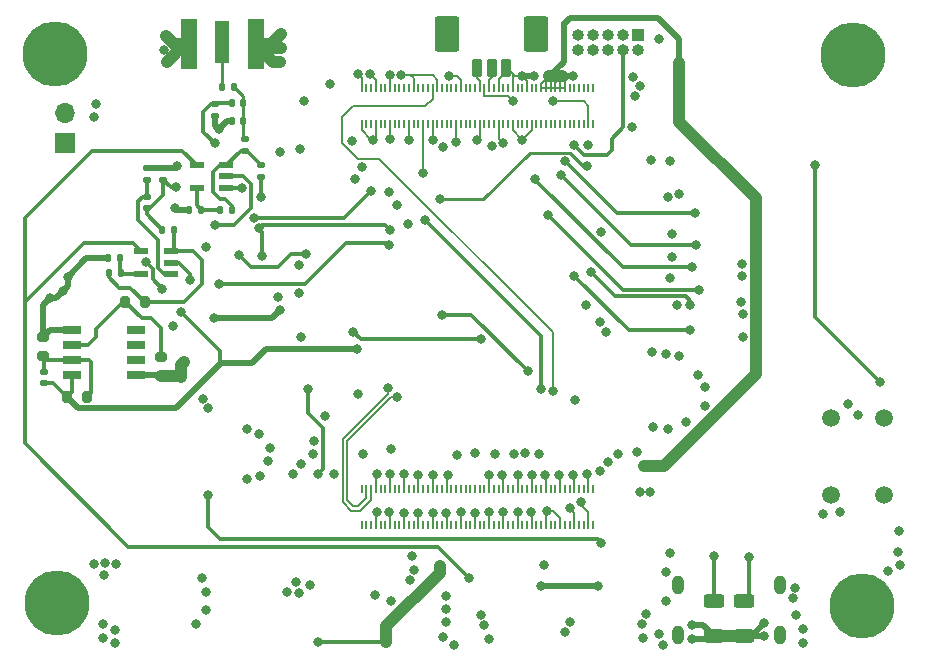
<source format=gbr>
%TF.GenerationSoftware,KiCad,Pcbnew,(5.99.0-3851-g809f4c2ffb)*%
%TF.CreationDate,2020-11-30T00:42:52+00:00*%
%TF.ProjectId,CM4,434d342e-6b69-4636-9164-5f7063625858,rev?*%
%TF.SameCoordinates,Original*%
%TF.FileFunction,Copper,L4,Bot*%
%TF.FilePolarity,Positive*%
%FSLAX46Y46*%
G04 Gerber Fmt 4.6, Leading zero omitted, Abs format (unit mm)*
G04 Created by KiCad (PCBNEW (5.99.0-3851-g809f4c2ffb)) date 2020-11-30 00:42:52*
%MOMM*%
%LPD*%
G01*
G04 APERTURE LIST*
G04 Aperture macros list*
%AMRoundRect*
0 Rectangle with rounded corners*
0 $1 Rounding radius*
0 $2 $3 $4 $5 $6 $7 $8 $9 X,Y pos of 4 corners*
0 Add a 4 corners polygon primitive as box body*
4,1,4,$2,$3,$4,$5,$6,$7,$8,$9,$2,$3,0*
0 Add four circle primitives for the rounded corners*
1,1,$1+$1,$2,$3,0*
1,1,$1+$1,$4,$5,0*
1,1,$1+$1,$6,$7,0*
1,1,$1+$1,$8,$9,0*
0 Add four rect primitives between the rounded corners*
20,1,$1+$1,$2,$3,$4,$5,0*
20,1,$1+$1,$4,$5,$6,$7,0*
20,1,$1+$1,$6,$7,$8,$9,0*
20,1,$1+$1,$8,$9,$2,$3,0*%
G04 Aperture macros list end*
%TA.AperFunction,ComponentPad*%
%ADD10R,1.000000X1.000000*%
%TD*%
%TA.AperFunction,ComponentPad*%
%ADD11O,1.000000X1.000000*%
%TD*%
%TA.AperFunction,ComponentPad*%
%ADD12C,5.500000*%
%TD*%
%TA.AperFunction,ComponentPad*%
%ADD13R,1.700000X1.700000*%
%TD*%
%TA.AperFunction,ComponentPad*%
%ADD14O,1.700000X1.700000*%
%TD*%
%TA.AperFunction,ComponentPad*%
%ADD15RoundRect,0.500000X0.000000X-0.300000X0.000000X-0.300000X0.000000X0.300000X0.000000X0.300000X0*%
%TD*%
%TA.AperFunction,ComponentPad*%
%ADD16C,1.500000*%
%TD*%
%TA.AperFunction,SMDPad,CuDef*%
%ADD17RoundRect,0.250000X0.625000X-0.312500X0.625000X0.312500X-0.625000X0.312500X-0.625000X-0.312500X0*%
%TD*%
%TA.AperFunction,SMDPad,CuDef*%
%ADD18RoundRect,0.135000X0.185000X-0.135000X0.185000X0.135000X-0.185000X0.135000X-0.185000X-0.135000X0*%
%TD*%
%TA.AperFunction,SMDPad,CuDef*%
%ADD19RoundRect,0.200000X-0.200000X-0.600000X0.200000X-0.600000X0.200000X0.600000X-0.200000X0.600000X0*%
%TD*%
%TA.AperFunction,SMDPad,CuDef*%
%ADD20RoundRect,0.250001X-0.799999X-1.249999X0.799999X-1.249999X0.799999X1.249999X-0.799999X1.249999X0*%
%TD*%
%TA.AperFunction,SMDPad,CuDef*%
%ADD21RoundRect,0.135000X-0.185000X0.135000X-0.185000X-0.135000X0.185000X-0.135000X0.185000X0.135000X0*%
%TD*%
%TA.AperFunction,SMDPad,CuDef*%
%ADD22RoundRect,0.140000X0.170000X-0.140000X0.170000X0.140000X-0.170000X0.140000X-0.170000X-0.140000X0*%
%TD*%
%TA.AperFunction,SMDPad,CuDef*%
%ADD23RoundRect,0.140000X-0.140000X-0.170000X0.140000X-0.170000X0.140000X0.170000X-0.140000X0.170000X0*%
%TD*%
%TA.AperFunction,SMDPad,CuDef*%
%ADD24RoundRect,0.135000X-0.135000X-0.185000X0.135000X-0.185000X0.135000X0.185000X-0.135000X0.185000X0*%
%TD*%
%TA.AperFunction,SMDPad,CuDef*%
%ADD25RoundRect,0.140000X0.140000X0.170000X-0.140000X0.170000X-0.140000X-0.170000X0.140000X-0.170000X0*%
%TD*%
%TA.AperFunction,SMDPad,CuDef*%
%ADD26R,1.525000X0.650000*%
%TD*%
%TA.AperFunction,SMDPad,CuDef*%
%ADD27RoundRect,0.135000X0.135000X0.185000X-0.135000X0.185000X-0.135000X-0.185000X0.135000X-0.185000X0*%
%TD*%
%TA.AperFunction,SMDPad,CuDef*%
%ADD28RoundRect,0.200000X-0.200000X-0.275000X0.200000X-0.275000X0.200000X0.275000X-0.200000X0.275000X0*%
%TD*%
%TA.AperFunction,SMDPad,CuDef*%
%ADD29RoundRect,0.200000X0.275000X-0.200000X0.275000X0.200000X-0.275000X0.200000X-0.275000X-0.200000X0*%
%TD*%
%TA.AperFunction,SMDPad,CuDef*%
%ADD30RoundRect,0.200000X-0.275000X0.200000X-0.275000X-0.200000X0.275000X-0.200000X0.275000X0.200000X0*%
%TD*%
%TA.AperFunction,SMDPad,CuDef*%
%ADD31RoundRect,0.140000X-0.170000X0.140000X-0.170000X-0.140000X0.170000X-0.140000X0.170000X0.140000X0*%
%TD*%
%TA.AperFunction,SMDPad,CuDef*%
%ADD32R,1.200000X0.600000*%
%TD*%
%TA.AperFunction,SMDPad,CuDef*%
%ADD33R,0.200000X0.700000*%
%TD*%
%TA.AperFunction,SMDPad,CuDef*%
%ADD34R,1.270000X3.600000*%
%TD*%
%TA.AperFunction,SMDPad,CuDef*%
%ADD35R,1.350000X4.200000*%
%TD*%
%TA.AperFunction,ViaPad*%
%ADD36C,0.800000*%
%TD*%
%TA.AperFunction,Conductor*%
%ADD37C,0.200000*%
%TD*%
%TA.AperFunction,Conductor*%
%ADD38C,0.250000*%
%TD*%
%TA.AperFunction,Conductor*%
%ADD39C,0.300000*%
%TD*%
%TA.AperFunction,Conductor*%
%ADD40C,1.000000*%
%TD*%
%TA.AperFunction,Conductor*%
%ADD41C,0.500000*%
%TD*%
%TA.AperFunction,Conductor*%
%ADD42C,0.150000*%
%TD*%
G04 APERTURE END LIST*
D10*
%TO.P,J3,1,Pin_1*%
%TO.N,/+3.3V*%
X127800000Y-83900000D03*
D11*
%TO.P,J3,2,Pin_2*%
%TO.N,/H7MCU/SWDIO*%
X127800000Y-85170000D03*
%TO.P,J3,3,Pin_3*%
%TO.N,GND*%
X126530000Y-83900000D03*
%TO.P,J3,4,Pin_4*%
%TO.N,/H7MCU/SWCLK*%
X126530000Y-85170000D03*
%TO.P,J3,5,Pin_5*%
%TO.N,GND*%
X125260000Y-83900000D03*
%TO.P,J3,6,Pin_6*%
%TO.N,/H7MCU/SWO*%
X125260000Y-85170000D03*
%TO.P,J3,7,Pin_7*%
%TO.N,Net-(J3-Pad7)*%
X123990000Y-83900000D03*
%TO.P,J3,8,Pin_8*%
%TO.N,Net-(J3-Pad8)*%
X123990000Y-85170000D03*
%TO.P,J3,9,Pin_9*%
%TO.N,GND*%
X122720000Y-83900000D03*
%TO.P,J3,10,Pin_10*%
%TO.N,/H7MCU/NRST*%
X122720000Y-85170000D03*
%TD*%
D12*
%TO.P,H3,1*%
%TO.N,N/C*%
X146000000Y-85600000D03*
%TD*%
D13*
%TO.P,J6,1,Pin_1*%
%TO.N,/v_DIV_OUT*%
X79300000Y-93100000D03*
D14*
%TO.P,J6,2,Pin_2*%
%TO.N,GND*%
X79300000Y-90560000D03*
%TD*%
D12*
%TO.P,H2,1*%
%TO.N,N/C*%
X78400000Y-85500000D03*
%TD*%
%TO.P,H4,1*%
%TO.N,N/C*%
X146750000Y-132250000D03*
%TD*%
D15*
%TO.P,J2,S1,SHIELD*%
%TO.N,GND*%
X131180000Y-130520000D03*
X139820000Y-130520000D03*
X139820000Y-134700000D03*
X131180000Y-134700000D03*
%TD*%
D16*
%TO.P,S1,1,1*%
%TO.N,/H7MCU/NRST*%
X148650000Y-122850000D03*
%TO.P,S1,2,2*%
X148650000Y-116350000D03*
%TO.P,S1,3,3*%
%TO.N,GND*%
X144150000Y-116350000D03*
%TO.P,S1,4,4*%
X144150000Y-122850000D03*
%TD*%
D12*
%TO.P,H1,1*%
%TO.N,N/C*%
X78600000Y-132000000D03*
%TD*%
D17*
%TO.P,R15,1*%
%TO.N,Net-(J2-PadA5)*%
X134200000Y-131837500D03*
%TO.P,R15,2*%
%TO.N,GND*%
X134200000Y-134762500D03*
%TD*%
D18*
%TO.P,R3,1*%
%TO.N,GND*%
X86200000Y-95180000D03*
%TO.P,R3,2*%
%TO.N,Net-(C1-Pad1)*%
X86200000Y-96200000D03*
%TD*%
D19*
%TO.P,J5,1,Pin_1*%
%TO.N,/CM4_GPIO/GPIO_15_RX*%
X114150000Y-86700000D03*
%TO.P,J5,2,Pin_2*%
%TO.N,/CM4_GPIO/GPIO_14_TX*%
X115400000Y-86700000D03*
%TO.P,J5,3,Pin_3*%
%TO.N,GND*%
X116650000Y-86700000D03*
D20*
%TO.P,J5,MP*%
%TO.N,N/C*%
X119200000Y-83800000D03*
X111600000Y-83800000D03*
%TD*%
D21*
%TO.P,R2,1*%
%TO.N,Net-(IC2-Pad1)*%
X94500000Y-93710000D03*
%TO.P,R2,2*%
%TO.N,Net-(C2-Pad2)*%
X94500000Y-92690000D03*
%TD*%
D22*
%TO.P,C1,1*%
%TO.N,Net-(C1-Pad1)*%
X86200000Y-97620000D03*
%TO.P,C1,2*%
%TO.N,Net-(C1-Pad2)*%
X86200000Y-98580000D03*
%TD*%
D23*
%TO.P,C2,1*%
%TO.N,Net-(C2-Pad1)*%
X93420000Y-89700000D03*
%TO.P,C2,2*%
%TO.N,Net-(C2-Pad2)*%
X94380000Y-89700000D03*
%TD*%
D24*
%TO.P,R8,1*%
%TO.N,P_AMP_OUT*%
X82990000Y-104100000D03*
%TO.P,R8,2*%
%TO.N,Net-(IC1-Pad4)*%
X84010000Y-104100000D03*
%TD*%
D21*
%TO.P,R6,1*%
%TO.N,GND*%
X92000000Y-90810000D03*
%TO.P,R6,2*%
%TO.N,Net-(C2-Pad1)*%
X92000000Y-89790000D03*
%TD*%
D22*
%TO.P,C5,1*%
%TO.N,Net-(C5-Pad1)*%
X77500000Y-112420000D03*
%TO.P,C5,2*%
%TO.N,/v_DIV_OUT*%
X77500000Y-113380000D03*
%TD*%
D25*
%TO.P,C4,1*%
%TO.N,Net-(C2-Pad2)*%
X94380000Y-91200000D03*
%TO.P,C4,2*%
%TO.N,GND*%
X93420000Y-91200000D03*
%TD*%
D26*
%TO.P,IC3,1,OUT_A*%
%TO.N,/v_DIV_OUT*%
X79888000Y-112705000D03*
%TO.P,IC3,2,-IN_A*%
%TO.N,Net-(C5-Pad1)*%
X79888000Y-111435000D03*
%TO.P,IC3,3,+IN_A*%
%TO.N,Net-(IC3-Pad3)*%
X79888000Y-110165000D03*
%TO.P,IC3,4,V-*%
%TO.N,GND*%
X79888000Y-108895000D03*
%TO.P,IC3,5,+IN_B*%
%TO.N,Net-(IC3-Pad5)*%
X85312000Y-108895000D03*
%TO.P,IC3,6,-IN_B*%
%TO.N,Net-(IC3-Pad6)*%
X85312000Y-110165000D03*
%TO.P,IC3,7,OUT_B*%
%TO.N,Net-(IC3-Pad7)*%
X85312000Y-111435000D03*
%TO.P,IC3,8,V+*%
%TO.N,/+3.3V*%
X85312000Y-112705000D03*
%TD*%
D17*
%TO.P,R16,1*%
%TO.N,Net-(J2-PadB5)*%
X136800000Y-131837500D03*
%TO.P,R16,2*%
%TO.N,GND*%
X136800000Y-134762500D03*
%TD*%
D27*
%TO.P,R1,1*%
%TO.N,P_AMP_OUT*%
X88510000Y-100400000D03*
%TO.P,R1,2*%
%TO.N,Net-(C1-Pad2)*%
X87490000Y-100400000D03*
%TD*%
D28*
%TO.P,R13,1*%
%TO.N,Net-(IC3-Pad3)*%
X84375000Y-106500000D03*
%TO.P,R13,2*%
%TO.N,P_AMP_OUT*%
X86025000Y-106500000D03*
%TD*%
D27*
%TO.P,R9,1*%
%TO.N,Net-(IC2-Pad4)*%
X90810000Y-98700000D03*
%TO.P,R9,2*%
%TO.N,GND*%
X89790000Y-98700000D03*
%TD*%
D29*
%TO.P,R11,1*%
%TO.N,GND*%
X77400000Y-109475000D03*
%TO.P,R11,2*%
%TO.N,Net-(C5-Pad1)*%
X77400000Y-111125000D03*
%TD*%
D27*
%TO.P,R10,1*%
%TO.N,Net-(IC2-Pad1)*%
X93410000Y-98700000D03*
%TO.P,R10,2*%
%TO.N,Net-(IC2-Pad4)*%
X92390000Y-98700000D03*
%TD*%
D30*
%TO.P,R14,1*%
%TO.N,/+3.3V*%
X87400000Y-112825000D03*
%TO.P,R14,2*%
%TO.N,Net-(IC3-Pad3)*%
X87400000Y-111175000D03*
%TD*%
D31*
%TO.P,C3,1*%
%TO.N,Net-(C1-Pad2)*%
X87600000Y-96180000D03*
%TO.P,C3,2*%
%TO.N,GND*%
X87600000Y-95220000D03*
%TD*%
D32*
%TO.P,IC1,1,OUTPUT*%
%TO.N,P_AMP_OUT*%
X88250000Y-102250000D03*
%TO.P,IC1,2,-VS*%
%TO.N,/VNEG*%
X88250000Y-103200000D03*
%TO.P,IC1,3,POS*%
%TO.N,Net-(C1-Pad1)*%
X88250000Y-104150000D03*
%TO.P,IC1,4,NEG*%
%TO.N,Net-(IC1-Pad4)*%
X85750000Y-104150000D03*
%TO.P,IC1,5,+VS*%
%TO.N,/VPOS*%
X85750000Y-102250000D03*
%TD*%
%TO.P,IC2,1,OUTPUT*%
%TO.N,Net-(IC2-Pad1)*%
X92950000Y-94950000D03*
%TO.P,IC2,2,-VS*%
%TO.N,/VNEG*%
X92950000Y-95900000D03*
%TO.P,IC2,3,POS*%
%TO.N,Net-(C2-Pad1)*%
X92950000Y-96850000D03*
%TO.P,IC2,4,NEG*%
%TO.N,Net-(IC2-Pad4)*%
X90450000Y-96850000D03*
%TO.P,IC2,5,+VS*%
%TO.N,/VPOS*%
X90450000Y-94950000D03*
%TD*%
D27*
%TO.P,R4,1*%
%TO.N,Net-(C2-Pad2)*%
X93610000Y-88300000D03*
%TO.P,R4,2*%
%TO.N,Net-(J1-Pad1)*%
X92590000Y-88300000D03*
%TD*%
D33*
%TO.P,Module1,1,GND*%
%TO.N,GND*%
X104400000Y-88400000D03*
%TO.P,Module1,2,GND*%
X104400000Y-91480000D03*
%TO.P,Module1,3,Ethernet_Pair3_P*%
%TO.N,Net-(Module1-Pad3)*%
X104800000Y-88400000D03*
%TO.P,Module1,4,Ethernet_Pair1_P*%
%TO.N,Net-(Module1-Pad4)*%
X104800000Y-91480000D03*
%TO.P,Module1,5,Ethernet_Pair3_N*%
%TO.N,Net-(Module1-Pad5)*%
X105200000Y-88400000D03*
%TO.P,Module1,6,Ethernet_Pair1_N*%
%TO.N,Net-(Module1-Pad6)*%
X105200000Y-91480000D03*
%TO.P,Module1,7,GND*%
%TO.N,GND*%
X105600000Y-88400000D03*
%TO.P,Module1,8,GND*%
X105600000Y-91480000D03*
%TO.P,Module1,9,Ethernet_Pair2_N*%
%TO.N,Net-(Module1-Pad9)*%
X106000000Y-88400000D03*
%TO.P,Module1,10,Ethernet_Pair0_N*%
%TO.N,Net-(Module1-Pad10)*%
X106000000Y-91480000D03*
%TO.P,Module1,11,Ethernet_Pair2_P*%
%TO.N,Net-(Module1-Pad11)*%
X106400000Y-88400000D03*
%TO.P,Module1,12,Ethernet_Pair0_P*%
%TO.N,Net-(Module1-Pad12)*%
X106400000Y-91480000D03*
%TO.P,Module1,13,GND*%
%TO.N,GND*%
X106800000Y-88400000D03*
%TO.P,Module1,14,GND*%
X106800000Y-91480000D03*
%TO.P,Module1,15,Ethernet_nLED3(3.3v)*%
%TO.N,Net-(Module1-Pad15)*%
X107200000Y-88400000D03*
%TO.P,Module1,16,Ethernet_SYNC_IN(1.8v)*%
%TO.N,Net-(Module1-Pad16)*%
X107200000Y-91480000D03*
%TO.P,Module1,17,Ethernet_nLED2(3.3v)*%
%TO.N,Net-(Module1-Pad17)*%
X107600000Y-88400000D03*
%TO.P,Module1,18,Ethernet_SYNC_OUT(1.8v)*%
%TO.N,Net-(Module1-Pad18)*%
X107600000Y-91480000D03*
%TO.P,Module1,19,Ethernet_nLED1(3.3v)*%
%TO.N,Net-(Module1-Pad19)*%
X108000000Y-88400000D03*
%TO.P,Module1,20,EEPROM_nWP*%
%TO.N,Net-(Module1-Pad20)*%
X108000000Y-91480000D03*
%TO.P,Module1,21,PI_nLED_Activity*%
%TO.N,Net-(Module1-Pad21)*%
X108400000Y-88400000D03*
%TO.P,Module1,22,GND*%
%TO.N,GND*%
X108400000Y-91480000D03*
%TO.P,Module1,23,GND*%
X108800000Y-88400000D03*
%TO.P,Module1,24,GPIO26*%
%TO.N,Net-(Module1-Pad24)*%
X108800000Y-91480000D03*
%TO.P,Module1,25,GPIO21*%
%TO.N,Net-(Module1-Pad25)*%
X109200000Y-88400000D03*
%TO.P,Module1,26,GPIO19*%
%TO.N,Net-(Module1-Pad26)*%
X109200000Y-91480000D03*
%TO.P,Module1,27,GPIO20*%
%TO.N,Net-(Module1-Pad27)*%
X109600000Y-88400000D03*
%TO.P,Module1,28,GPIO13*%
%TO.N,/STM32_3_TX*%
X109600000Y-91480000D03*
%TO.P,Module1,29,GPIO16*%
%TO.N,Net-(Module1-Pad29)*%
X110000000Y-88400000D03*
%TO.P,Module1,30,GPIO6*%
%TO.N,Net-(Module1-Pad30)*%
X110000000Y-91480000D03*
%TO.P,Module1,31,GPIO12*%
%TO.N,/STM32_3_RX*%
X110400000Y-88400000D03*
%TO.P,Module1,32,GND*%
%TO.N,GND*%
X110400000Y-91480000D03*
%TO.P,Module1,33,GND*%
X110800000Y-88400000D03*
%TO.P,Module1,34,GPIO5*%
%TO.N,Net-(Module1-Pad34)*%
X110800000Y-91480000D03*
%TO.P,Module1,35,ID_SC*%
%TO.N,Net-(Module1-Pad35)*%
X111200000Y-88400000D03*
%TO.P,Module1,36,ID_SD*%
%TO.N,Net-(Module1-Pad36)*%
X111200000Y-91480000D03*
%TO.P,Module1,37,GPIO7*%
%TO.N,Net-(Module1-Pad37)*%
X111600000Y-88400000D03*
%TO.P,Module1,38,GPIO11*%
%TO.N,Net-(Module1-Pad38)*%
X111600000Y-91480000D03*
%TO.P,Module1,39,GPIO8*%
%TO.N,Net-(Module1-Pad39)*%
X112000000Y-88400000D03*
%TO.P,Module1,40,GPIO9*%
%TO.N,Net-(Module1-Pad40)*%
X112000000Y-91480000D03*
%TO.P,Module1,41,GPIO25*%
%TO.N,Net-(Module1-Pad41)*%
X112400000Y-88400000D03*
%TO.P,Module1,42,GND*%
%TO.N,GND*%
X112400000Y-91480000D03*
%TO.P,Module1,43,GND*%
X112800000Y-88400000D03*
%TO.P,Module1,44,GPIO10*%
%TO.N,Net-(Module1-Pad44)*%
X112800000Y-91480000D03*
%TO.P,Module1,45,GPIO24*%
%TO.N,Net-(Module1-Pad45)*%
X113200000Y-88400000D03*
%TO.P,Module1,46,GPIO22*%
%TO.N,Net-(Module1-Pad46)*%
X113200000Y-91480000D03*
%TO.P,Module1,47,GPIO23*%
%TO.N,Net-(Module1-Pad47)*%
X113600000Y-88400000D03*
%TO.P,Module1,48,GPIO27*%
%TO.N,Net-(Module1-Pad48)*%
X113600000Y-91480000D03*
%TO.P,Module1,49,GPIO18*%
%TO.N,Net-(Module1-Pad49)*%
X114000000Y-88400000D03*
%TO.P,Module1,50,GPIO17*%
%TO.N,Net-(Module1-Pad50)*%
X114000000Y-91480000D03*
%TO.P,Module1,51,GPIO15*%
%TO.N,/CM4_GPIO/GPIO_15_RX*%
X114400000Y-88400000D03*
%TO.P,Module1,52,GND*%
%TO.N,GND*%
X114400000Y-91480000D03*
%TO.P,Module1,53,GND*%
X114800000Y-88400000D03*
%TO.P,Module1,54,GPIO4*%
%TO.N,Net-(Module1-Pad54)*%
X114800000Y-91480000D03*
%TO.P,Module1,55,GPIO14*%
%TO.N,/CM4_GPIO/GPIO_14_TX*%
X115200000Y-88400000D03*
%TO.P,Module1,56,GPIO3*%
%TO.N,Net-(Module1-Pad56)*%
X115200000Y-91480000D03*
%TO.P,Module1,57,SD_CLK*%
%TO.N,Net-(Module1-Pad57)*%
X115600000Y-88400000D03*
%TO.P,Module1,58,GPIO2*%
%TO.N,Net-(Module1-Pad58)*%
X115600000Y-91480000D03*
%TO.P,Module1,59,GND*%
%TO.N,GND*%
X116000000Y-88400000D03*
%TO.P,Module1,60,GND*%
X116000000Y-91480000D03*
%TO.P,Module1,61,SD_DAT3*%
%TO.N,Net-(Module1-Pad61)*%
X116400000Y-88400000D03*
%TO.P,Module1,62,SD_CMD*%
%TO.N,Net-(Module1-Pad62)*%
X116400000Y-91480000D03*
%TO.P,Module1,63,SD_DAT0*%
%TO.N,Net-(Module1-Pad63)*%
X116800000Y-88400000D03*
%TO.P,Module1,64,SD_DAT5*%
%TO.N,Net-(Module1-Pad64)*%
X116800000Y-91480000D03*
%TO.P,Module1,65,GND*%
%TO.N,GND*%
X117200000Y-88400000D03*
%TO.P,Module1,66,GND*%
X117200000Y-91480000D03*
%TO.P,Module1,67,SD_DAT1*%
%TO.N,Net-(Module1-Pad67)*%
X117600000Y-88400000D03*
%TO.P,Module1,68,SD_DAT4*%
%TO.N,Net-(Module1-Pad68)*%
X117600000Y-91480000D03*
%TO.P,Module1,69,SD_DAT2*%
%TO.N,Net-(Module1-Pad69)*%
X118000000Y-88400000D03*
%TO.P,Module1,70,SD_DAT7*%
%TO.N,Net-(Module1-Pad70)*%
X118000000Y-91480000D03*
%TO.P,Module1,71,GND*%
%TO.N,GND*%
X118400000Y-88400000D03*
%TO.P,Module1,72,SD_DAT6*%
%TO.N,Net-(Module1-Pad72)*%
X118400000Y-91480000D03*
%TO.P,Module1,73,SD_VDD_Override*%
%TO.N,Net-(Module1-Pad73)*%
X118800000Y-88400000D03*
%TO.P,Module1,74,GND*%
%TO.N,GND*%
X118800000Y-91480000D03*
%TO.P,Module1,75,SD_PWR_ON*%
%TO.N,Net-(Module1-Pad75)*%
X119200000Y-88400000D03*
%TO.P,Module1,76,Reserved*%
%TO.N,Net-(Module1-Pad76)*%
X119200000Y-91480000D03*
%TO.P,Module1,77,+5v_(Input)*%
%TO.N,/5V*%
X119600000Y-88400000D03*
%TO.P,Module1,78,GPIO_VREF(1.8v/3.3v_Input)*%
%TO.N,Net-(Module1-Pad78)*%
X119600000Y-91480000D03*
%TO.P,Module1,79,+5v_(Input)*%
%TO.N,/5V*%
X120000000Y-88400000D03*
%TO.P,Module1,80,SCL0*%
%TO.N,Net-(Module1-Pad80)*%
X120000000Y-91480000D03*
%TO.P,Module1,81,+5v_(Input)*%
%TO.N,/5V*%
X120400000Y-88400000D03*
%TO.P,Module1,82,SDA0*%
%TO.N,Net-(Module1-Pad82)*%
X120400000Y-91480000D03*
%TO.P,Module1,83,+5v_(Input)*%
%TO.N,/5V*%
X120800000Y-88400000D03*
%TO.P,Module1,84,+3.3v_(Output)*%
%TO.N,Net-(Module1-Pad84)*%
X120800000Y-91480000D03*
%TO.P,Module1,85,+5v_(Input)*%
%TO.N,/5V*%
X121200000Y-88400000D03*
%TO.P,Module1,86,+3.3v_(Output)*%
%TO.N,Net-(Module1-Pad86)*%
X121200000Y-91480000D03*
%TO.P,Module1,87,+5v_(Input)*%
%TO.N,/5V*%
X121600000Y-88400000D03*
%TO.P,Module1,88,+1.8v_(Output)*%
%TO.N,Net-(Module1-Pad88)*%
X121600000Y-91480000D03*
%TO.P,Module1,89,WiFi_nDisable*%
%TO.N,Net-(Module1-Pad89)*%
X122000000Y-88400000D03*
%TO.P,Module1,90,+1.8v_(Output)*%
%TO.N,Net-(Module1-Pad90)*%
X122000000Y-91480000D03*
%TO.P,Module1,91,BT_nDisable*%
%TO.N,Net-(Module1-Pad91)*%
X122400000Y-88400000D03*
%TO.P,Module1,92,RUN_PG*%
%TO.N,Net-(Module1-Pad92)*%
X122400000Y-91480000D03*
%TO.P,Module1,93,nRPIBOOT*%
%TO.N,Net-(Module1-Pad93)*%
X122800000Y-88400000D03*
%TO.P,Module1,94,AnalogIP0*%
%TO.N,Net-(Module1-Pad94)*%
X122800000Y-91480000D03*
%TO.P,Module1,95,nPI_LED_PWR*%
%TO.N,Net-(Module1-Pad95)*%
X123200000Y-88400000D03*
%TO.P,Module1,96,AnalogIP1*%
%TO.N,Net-(Module1-Pad96)*%
X123200000Y-91480000D03*
%TO.P,Module1,97,Camera_GPIO*%
%TO.N,Net-(Module1-Pad97)*%
X123600000Y-88400000D03*
%TO.P,Module1,98,GND*%
%TO.N,GND*%
X123600000Y-91480000D03*
%TO.P,Module1,99,Global_EN*%
%TO.N,Net-(Module1-Pad99)*%
X124000000Y-88400000D03*
%TO.P,Module1,100,nEXTRST*%
%TO.N,Net-(Module1-Pad100)*%
X124000000Y-91480000D03*
%TO.P,Module1,101,USB_OTG_ID*%
%TO.N,Net-(Module1-Pad101)*%
X104400000Y-122320000D03*
%TO.P,Module1,102,PCIe_CLK_nREQ*%
%TO.N,Net-(Module1-Pad102)*%
X104400000Y-125400000D03*
%TO.P,Module1,103,USB2_N*%
%TO.N,/USB_D-*%
X104800000Y-122320000D03*
%TO.P,Module1,104,Reserved*%
%TO.N,Net-(Module1-Pad104)*%
X104800000Y-125400000D03*
%TO.P,Module1,105,USB2_P*%
%TO.N,/USB_D+*%
X105200000Y-122320000D03*
%TO.P,Module1,106,Reserved*%
%TO.N,Net-(Module1-Pad106)*%
X105200000Y-125400000D03*
%TO.P,Module1,107,GND*%
%TO.N,GND*%
X105600000Y-122320000D03*
%TO.P,Module1,108,GND*%
X105600000Y-125400000D03*
%TO.P,Module1,109,PCIe_nRST*%
%TO.N,Net-(Module1-Pad109)*%
X106000000Y-122320000D03*
%TO.P,Module1,110,PCIe_CLK_P*%
%TO.N,Net-(Module1-Pad110)*%
X106000000Y-125400000D03*
%TO.P,Module1,111,VDAC_COMP*%
%TO.N,Net-(Module1-Pad111)*%
X106400000Y-122320000D03*
%TO.P,Module1,112,PCIe_CLK_N*%
%TO.N,Net-(Module1-Pad112)*%
X106400000Y-125400000D03*
%TO.P,Module1,113,GND*%
%TO.N,GND*%
X106800000Y-122320000D03*
%TO.P,Module1,114,GND*%
X106800000Y-125400000D03*
%TO.P,Module1,115,CAM1_D0_N*%
%TO.N,Net-(Module1-Pad115)*%
X107200000Y-122320000D03*
%TO.P,Module1,116,PCIe_RX_P*%
%TO.N,Net-(Module1-Pad116)*%
X107200000Y-125400000D03*
%TO.P,Module1,117,CAM1_D0_P*%
%TO.N,Net-(Module1-Pad117)*%
X107600000Y-122320000D03*
%TO.P,Module1,118,PCIe_RX_N*%
%TO.N,Net-(Module1-Pad118)*%
X107600000Y-125400000D03*
%TO.P,Module1,119,GND*%
%TO.N,GND*%
X108000000Y-122320000D03*
%TO.P,Module1,120,GND*%
X108000000Y-125400000D03*
%TO.P,Module1,121,CAM1_D1_N*%
%TO.N,Net-(Module1-Pad121)*%
X108400000Y-122320000D03*
%TO.P,Module1,122,PCIe_TX_P*%
%TO.N,Net-(Module1-Pad122)*%
X108400000Y-125400000D03*
%TO.P,Module1,123,CAM1_D1_P*%
%TO.N,Net-(Module1-Pad123)*%
X108800000Y-122320000D03*
%TO.P,Module1,124,PCIe_TX_N*%
%TO.N,Net-(Module1-Pad124)*%
X108800000Y-125400000D03*
%TO.P,Module1,125,GND*%
%TO.N,GND*%
X109200000Y-122320000D03*
%TO.P,Module1,126,GND*%
X109200000Y-125400000D03*
%TO.P,Module1,127,CAM1_C_N*%
%TO.N,Net-(Module1-Pad127)*%
X109600000Y-122320000D03*
%TO.P,Module1,128,CAM0_D0_N*%
%TO.N,Net-(Module1-Pad128)*%
X109600000Y-125400000D03*
%TO.P,Module1,129,CAM1_C_P*%
%TO.N,Net-(Module1-Pad129)*%
X110000000Y-122320000D03*
%TO.P,Module1,130,CAM0_D0_P*%
%TO.N,Net-(Module1-Pad130)*%
X110000000Y-125400000D03*
%TO.P,Module1,131,GND*%
%TO.N,GND*%
X110400000Y-122320000D03*
%TO.P,Module1,132,GND*%
X110400000Y-125400000D03*
%TO.P,Module1,133,CAM1_D2_N*%
%TO.N,Net-(Module1-Pad133)*%
X110800000Y-122320000D03*
%TO.P,Module1,134,CAM0_D1_N*%
%TO.N,Net-(Module1-Pad134)*%
X110800000Y-125400000D03*
%TO.P,Module1,135,CAM1_D2_P*%
%TO.N,Net-(Module1-Pad135)*%
X111200000Y-122320000D03*
%TO.P,Module1,136,CAM0_D1_P*%
%TO.N,Net-(Module1-Pad136)*%
X111200000Y-125400000D03*
%TO.P,Module1,137,GND*%
%TO.N,GND*%
X111600000Y-122320000D03*
%TO.P,Module1,138,GND*%
X111600000Y-125400000D03*
%TO.P,Module1,139,CAM1_D3_N*%
%TO.N,Net-(Module1-Pad139)*%
X112000000Y-122320000D03*
%TO.P,Module1,140,CAM0_C_N*%
%TO.N,Net-(Module1-Pad140)*%
X112000000Y-125400000D03*
%TO.P,Module1,141,CAM1_D3_P*%
%TO.N,Net-(Module1-Pad141)*%
X112400000Y-122320000D03*
%TO.P,Module1,142,CAM0_C_P*%
%TO.N,Net-(Module1-Pad142)*%
X112400000Y-125400000D03*
%TO.P,Module1,143,HDMI1_HOTPLUG*%
%TO.N,Net-(Module1-Pad143)*%
X112800000Y-122320000D03*
%TO.P,Module1,144,GND*%
%TO.N,GND*%
X112800000Y-125400000D03*
%TO.P,Module1,145,HDMI1_SDA*%
%TO.N,Net-(Module1-Pad145)*%
X113200000Y-122320000D03*
%TO.P,Module1,146,HDMI1_TX2_P*%
%TO.N,Net-(Module1-Pad146)*%
X113200000Y-125400000D03*
%TO.P,Module1,147,HDMI1_SCL*%
%TO.N,Net-(Module1-Pad147)*%
X113600000Y-122320000D03*
%TO.P,Module1,148,HDMI1_TX2_N*%
%TO.N,Net-(Module1-Pad148)*%
X113600000Y-125400000D03*
%TO.P,Module1,149,HDMI1_CEC*%
%TO.N,Net-(Module1-Pad149)*%
X114000000Y-122320000D03*
%TO.P,Module1,150,GND*%
%TO.N,GND*%
X114000000Y-125400000D03*
%TO.P,Module1,151,HDMI0_CEC*%
%TO.N,Net-(Module1-Pad151)*%
X114400000Y-122320000D03*
%TO.P,Module1,152,HDMI1_TX1_P*%
%TO.N,Net-(Module1-Pad152)*%
X114400000Y-125400000D03*
%TO.P,Module1,153,HDMI0_HOTPLUG*%
%TO.N,Net-(Module1-Pad153)*%
X114800000Y-122320000D03*
%TO.P,Module1,154,HDMI1_TX1_N*%
%TO.N,Net-(Module1-Pad154)*%
X114800000Y-125400000D03*
%TO.P,Module1,155,GND*%
%TO.N,GND*%
X115200000Y-122320000D03*
%TO.P,Module1,156,GND*%
X115200000Y-125400000D03*
%TO.P,Module1,157,DSI0_D0_N*%
%TO.N,Net-(Module1-Pad157)*%
X115600000Y-122320000D03*
%TO.P,Module1,158,HDMI1_TX0_P*%
%TO.N,Net-(Module1-Pad158)*%
X115600000Y-125400000D03*
%TO.P,Module1,159,DSI0_D0_P*%
%TO.N,Net-(Module1-Pad159)*%
X116000000Y-122320000D03*
%TO.P,Module1,160,HDMI1_TX0_N*%
%TO.N,Net-(Module1-Pad160)*%
X116000000Y-125400000D03*
%TO.P,Module1,161,GND*%
%TO.N,GND*%
X116400000Y-122320000D03*
%TO.P,Module1,162,GND*%
X116400000Y-125400000D03*
%TO.P,Module1,163,DSI0_D1_N*%
%TO.N,Net-(Module1-Pad163)*%
X116800000Y-122320000D03*
%TO.P,Module1,164,HDMI1_CLK_P*%
%TO.N,Net-(Module1-Pad164)*%
X116800000Y-125400000D03*
%TO.P,Module1,165,DSI0_D1_P*%
%TO.N,Net-(Module1-Pad165)*%
X117200000Y-122320000D03*
%TO.P,Module1,166,HDMI1_CLK_N*%
%TO.N,Net-(Module1-Pad166)*%
X117200000Y-125400000D03*
%TO.P,Module1,167,GND*%
%TO.N,GND*%
X117600000Y-122320000D03*
%TO.P,Module1,168,GND*%
X117600000Y-125400000D03*
%TO.P,Module1,169,DSI0_C_N*%
%TO.N,Net-(Module1-Pad169)*%
X118000000Y-122320000D03*
%TO.P,Module1,170,HDMI0_TX2_P*%
%TO.N,Net-(Module1-Pad170)*%
X118000000Y-125400000D03*
%TO.P,Module1,171,DSI0_C_P*%
%TO.N,Net-(Module1-Pad171)*%
X118400000Y-122320000D03*
%TO.P,Module1,172,HDMI0_TX2_N*%
%TO.N,Net-(Module1-Pad172)*%
X118400000Y-125400000D03*
%TO.P,Module1,173,GND*%
%TO.N,GND*%
X118800000Y-122320000D03*
%TO.P,Module1,174,GND*%
X118800000Y-125400000D03*
%TO.P,Module1,175,DSI1_D0_N*%
%TO.N,Net-(Module1-Pad175)*%
X119200000Y-122320000D03*
%TO.P,Module1,176,HDMI0_TX1_P*%
%TO.N,Net-(Module1-Pad176)*%
X119200000Y-125400000D03*
%TO.P,Module1,177,DSI1_D0_P*%
%TO.N,Net-(Module1-Pad177)*%
X119600000Y-122320000D03*
%TO.P,Module1,178,HDMI0_TX1_N*%
%TO.N,Net-(Module1-Pad178)*%
X119600000Y-125400000D03*
%TO.P,Module1,179,GND*%
%TO.N,GND*%
X120000000Y-122320000D03*
%TO.P,Module1,180,GND*%
X120000000Y-125400000D03*
%TO.P,Module1,181,DSI1_D1_N*%
%TO.N,Net-(Module1-Pad181)*%
X120400000Y-122320000D03*
%TO.P,Module1,182,HDMI0_TX0_P*%
%TO.N,Net-(Module1-Pad182)*%
X120400000Y-125400000D03*
%TO.P,Module1,183,DSI1_D1_P*%
%TO.N,Net-(Module1-Pad183)*%
X120800000Y-122320000D03*
%TO.P,Module1,184,HDMI0_TX0_N*%
%TO.N,Net-(Module1-Pad184)*%
X120800000Y-125400000D03*
%TO.P,Module1,185,GND*%
%TO.N,GND*%
X121200000Y-122320000D03*
%TO.P,Module1,186,GND*%
X121200000Y-125400000D03*
%TO.P,Module1,187,DSI1_C_N*%
%TO.N,Net-(Module1-Pad187)*%
X121600000Y-122320000D03*
%TO.P,Module1,188,HDMI0_CLK_P*%
%TO.N,Net-(Module1-Pad188)*%
X121600000Y-125400000D03*
%TO.P,Module1,189,DSI1_C_P*%
%TO.N,Net-(Module1-Pad189)*%
X122000000Y-122320000D03*
%TO.P,Module1,190,HDMI0_CLK_N*%
%TO.N,Net-(Module1-Pad190)*%
X122000000Y-125400000D03*
%TO.P,Module1,191,GND*%
%TO.N,GND*%
X122400000Y-122320000D03*
%TO.P,Module1,192,GND*%
X122400000Y-125400000D03*
%TO.P,Module1,193,DSI1_D2_N*%
%TO.N,Net-(Module1-Pad193)*%
X122800000Y-122320000D03*
%TO.P,Module1,194,DSI1_D3_N*%
%TO.N,Net-(Module1-Pad194)*%
X122800000Y-125400000D03*
%TO.P,Module1,195,DSI1_D2_P*%
%TO.N,Net-(Module1-Pad195)*%
X123200000Y-122320000D03*
%TO.P,Module1,196,DSI1_D3_P*%
%TO.N,Net-(Module1-Pad196)*%
X123200000Y-125400000D03*
%TO.P,Module1,197,GND*%
%TO.N,GND*%
X123600000Y-122320000D03*
%TO.P,Module1,198,GND*%
X123600000Y-125400000D03*
%TO.P,Module1,199,HDMI0_SDA*%
%TO.N,Net-(Module1-Pad199)*%
X124000000Y-122320000D03*
%TO.P,Module1,200,HDMI0_SCL*%
%TO.N,Net-(Module1-Pad200)*%
X124000000Y-125400000D03*
%TD*%
D21*
%TO.P,R5,1*%
%TO.N,Net-(C1-Pad2)*%
X95900000Y-95910000D03*
%TO.P,R5,2*%
%TO.N,Net-(IC2-Pad1)*%
X95900000Y-94890000D03*
%TD*%
D34*
%TO.P,J1,1,In*%
%TO.N,Net-(J1-Pad1)*%
X92600000Y-84500000D03*
D35*
%TO.P,J1,2,Ext*%
%TO.N,GND*%
X89775000Y-84700000D03*
X95425000Y-84700000D03*
%TD*%
D28*
%TO.P,R12,1*%
%TO.N,/v_DIV_OUT*%
X79475000Y-114600000D03*
%TO.P,R12,2*%
%TO.N,Net-(C5-Pad1)*%
X81125000Y-114600000D03*
%TD*%
D27*
%TO.P,R7,1*%
%TO.N,Net-(IC1-Pad4)*%
X83910000Y-102800000D03*
%TO.P,R7,2*%
%TO.N,GND*%
X82890000Y-102800000D03*
%TD*%
D36*
%TO.N,GND*%
X120600000Y-89500000D03*
%TO.N,/+3.3V*%
X127552786Y-89094429D03*
%TO.N,GND*%
X128000000Y-88200000D03*
X127400000Y-87500000D03*
X127280000Y-91682225D03*
%TO.N,/H7MCU/VCAP1*%
X123500000Y-95000000D03*
X111000000Y-97800000D03*
%TO.N,/H7MCU/VLXSMPS*%
X96000000Y-102600000D03*
%TO.N,/H7MCU/VCAP1*%
X99700000Y-102500000D03*
%TO.N,/H7MCU/VLXSMPS*%
X106800000Y-100400000D03*
%TO.N,GND*%
X119400000Y-119400000D03*
%TO.N,/+3.3V*%
X118200000Y-119300000D03*
X126100000Y-119400000D03*
%TO.N,GND*%
X127700000Y-119200000D03*
X125300000Y-120100000D03*
X124600000Y-120800000D03*
%TO.N,/H7MCU/VCAP1*%
X118500000Y-112400000D03*
X111200000Y-107600000D03*
%TO.N,/H7MCU/VDDSMPS*%
X106700000Y-101700000D03*
%TO.N,/+3.3V*%
X136600000Y-103300000D03*
%TO.N,GND*%
X136700000Y-107500000D03*
X82500000Y-133800000D03*
X82500000Y-135000000D03*
X83500000Y-134300000D03*
X83500000Y-135400000D03*
X98800000Y-130200000D03*
X100000000Y-130500000D03*
X99100000Y-131200000D03*
X98100000Y-131100000D03*
X118700000Y-124300000D03*
X116400000Y-124300000D03*
X106800000Y-87300000D03*
X94700000Y-121500000D03*
X117600000Y-124300000D03*
X109200000Y-121200000D03*
X128500000Y-132900000D03*
X108300000Y-99900000D03*
X99200000Y-93600000D03*
X129900000Y-135600000D03*
X141200000Y-133000000D03*
X141800000Y-135400000D03*
X108000000Y-124400000D03*
X99500000Y-89500000D03*
X79500000Y-104400000D03*
X107700000Y-87300000D03*
X100300000Y-119400000D03*
X115200000Y-135100000D03*
X128200000Y-135000000D03*
X88800000Y-95000000D03*
X87900000Y-86200000D03*
X122500000Y-114800000D03*
X110400000Y-124400000D03*
X123000000Y-123500000D03*
X81900000Y-89800000D03*
X108000000Y-121100000D03*
X97500000Y-86200000D03*
X92300000Y-91900000D03*
X122000000Y-124000000D03*
X136700000Y-109500000D03*
X110400000Y-92800000D03*
X121100000Y-121200000D03*
X105700000Y-121100000D03*
X122300000Y-121200000D03*
X116400000Y-93100000D03*
X119000000Y-87400000D03*
X132400000Y-135100000D03*
X115200000Y-121200000D03*
X111800000Y-87400000D03*
X114200000Y-92800000D03*
X117200000Y-89500000D03*
X129600000Y-134600000D03*
X122000000Y-133600000D03*
X119800000Y-128800000D03*
X149000000Y-129300000D03*
X88400000Y-108600000D03*
X138500000Y-134800000D03*
X112200000Y-135600000D03*
X105100000Y-87200000D03*
X141800000Y-134200000D03*
X128800000Y-122600000D03*
X106800000Y-92700000D03*
X114800000Y-133900000D03*
X124700000Y-100600000D03*
X138500000Y-133700000D03*
X104100000Y-87200000D03*
X105700000Y-124300000D03*
X95700000Y-117700000D03*
X100400000Y-118300000D03*
X99300000Y-109500000D03*
X133500000Y-113700000D03*
X115700000Y-119400000D03*
X108400000Y-92800000D03*
X114500000Y-133000000D03*
X109200000Y-124400000D03*
X105400000Y-92800000D03*
X78000000Y-106200000D03*
X145600000Y-115200000D03*
X125100000Y-109100000D03*
X123500000Y-121100000D03*
X117600000Y-121200000D03*
X94700000Y-117300000D03*
X118000000Y-87400000D03*
X111300000Y-134900000D03*
X104400000Y-95100000D03*
X97600000Y-85000000D03*
X112800000Y-124300000D03*
X144900000Y-124300000D03*
X114000000Y-124400000D03*
X106700000Y-124300000D03*
X99100000Y-103400000D03*
X112400000Y-93000000D03*
X88600000Y-98600000D03*
X112500000Y-119500000D03*
X91400000Y-115500000D03*
X110400000Y-121200000D03*
X120100000Y-124200000D03*
X81700000Y-90900000D03*
X104500000Y-119400000D03*
X149800000Y-127700000D03*
X143500000Y-124500000D03*
X91000000Y-114700000D03*
X87700000Y-85200000D03*
X123400000Y-106800000D03*
X141100000Y-130700000D03*
X115200000Y-124300000D03*
X111700000Y-121200000D03*
X111500000Y-124400000D03*
X105500000Y-131300000D03*
X130200000Y-129400000D03*
X146400000Y-116100000D03*
X132900000Y-112700000D03*
X132400000Y-133900000D03*
X128100000Y-133800000D03*
X119900000Y-121200000D03*
X97500000Y-93800000D03*
X87800000Y-84000000D03*
X140900000Y-131600000D03*
X130200000Y-131800000D03*
X106800000Y-121100000D03*
X118000000Y-92800000D03*
X130500000Y-127800000D03*
X106700000Y-97200000D03*
X136500000Y-106500000D03*
X118800000Y-121200000D03*
X128000000Y-122600000D03*
X116300000Y-121200000D03*
X150000000Y-128800000D03*
X130500000Y-94600000D03*
X95800000Y-121300000D03*
X121625000Y-134425000D03*
X97600000Y-83800000D03*
X79100000Y-105600000D03*
%TO.N,Net-(BT1-Pad1)*%
X105200000Y-97100000D03*
X95280331Y-99380331D03*
%TO.N,Net-(C1-Pad2)*%
X88700000Y-96800000D03*
X95900000Y-97599999D03*
%TO.N,Net-(C2-Pad1)*%
X94250001Y-96900000D03*
X92000000Y-93100000D03*
%TO.N,/v_DIV_OUT*%
X87500000Y-105400000D03*
X104000000Y-110500000D03*
X89100000Y-107400000D03*
X86169669Y-103169669D03*
%TO.N,/5V*%
X122300000Y-87400000D03*
X121400000Y-87400000D03*
X128300000Y-120400000D03*
X124400000Y-130600000D03*
X111000000Y-128900000D03*
X120300000Y-87400000D03*
X106500000Y-135300000D03*
X100700000Y-135300000D03*
X131300000Y-86300000D03*
X119600000Y-130600000D03*
%TO.N,/VPOS*%
X113500000Y-129900000D03*
%TO.N,/VNEG*%
X92000000Y-100000000D03*
X89900000Y-104700000D03*
X124700000Y-126900000D03*
X91400000Y-122900000D03*
%TO.N,/+3.3V*%
X106900000Y-119000000D03*
X82700000Y-128600000D03*
X99100000Y-105800000D03*
X130700000Y-102700000D03*
X149900000Y-125900000D03*
X102100000Y-121100000D03*
X124600000Y-108200000D03*
X83600000Y-128700000D03*
X91200000Y-132600000D03*
%TO.N,/H7MCU/VCAP1*%
X103600000Y-92900000D03*
%TO.N,/+3.3V*%
X96600000Y-118900000D03*
X99300000Y-120200000D03*
X129000000Y-110800000D03*
X89400000Y-111600000D03*
X111300000Y-93400000D03*
X114000000Y-119300000D03*
X97300000Y-106100000D03*
X111500000Y-132500000D03*
X129600000Y-84300000D03*
X131100000Y-106800000D03*
X108700000Y-128000000D03*
X81700000Y-128700000D03*
X89100000Y-112900000D03*
X115400000Y-93300000D03*
X91200000Y-131100000D03*
X130200000Y-110900000D03*
X103800000Y-96100000D03*
X130700000Y-100800000D03*
X101700000Y-88100000D03*
X108500000Y-130100000D03*
X131300000Y-97400000D03*
X108800000Y-129200000D03*
X96500000Y-120000000D03*
X82600000Y-129600000D03*
X117300000Y-119400000D03*
X111500000Y-133600000D03*
X130300000Y-97600000D03*
X90900000Y-129900000D03*
X129100000Y-117100000D03*
X131300000Y-111100000D03*
X90400000Y-133800000D03*
X91200000Y-101900000D03*
X107400000Y-98300000D03*
X106900000Y-131800000D03*
X104100000Y-114300000D03*
X136600000Y-104300000D03*
X130300000Y-117300000D03*
X131900000Y-116700000D03*
X101300000Y-116200000D03*
X130500000Y-104500000D03*
X128900000Y-94500000D03*
X98600000Y-121100000D03*
X133500000Y-115300000D03*
X111500000Y-131400000D03*
X123600000Y-93200000D03*
%TO.N,/H7MCU/VCAP1*%
X94031977Y-102580579D03*
%TO.N,/H7MCU/VDDSMPS*%
X92300000Y-105000000D03*
%TO.N,/H7MCU/VLXSMPS*%
X95700000Y-100300000D03*
%TO.N,Net-(C48-Pad1)*%
X91900000Y-107900000D03*
X97500000Y-107200000D03*
%TO.N,/H7MCU/NRST*%
X103660002Y-109050000D03*
X142800000Y-94900000D03*
X148300000Y-113300000D03*
X114500000Y-109700000D03*
%TO.N,/H7MCU/LED_STAT*%
X99900000Y-113900000D03*
X100700000Y-121100000D03*
%TO.N,/H7MCU/SDMMC_CMD*%
X132400000Y-103600000D03*
X119100000Y-96100000D03*
%TO.N,/H7MCU/SDMMC_CK*%
X133000000Y-105500000D03*
X120200000Y-99200000D03*
%TO.N,/H7MCU/SDMMC_D3*%
X132700000Y-101700000D03*
X121300000Y-95800000D03*
%TO.N,/H7MCU/SDMMC_D2*%
X121600000Y-94600000D03*
X132600000Y-99000000D03*
%TO.N,/H7MCU/SWCLK*%
X122400000Y-93200000D03*
%TO.N,/USB_D+*%
X106628768Y-113828768D03*
%TO.N,/USB_D-*%
X107371232Y-114571232D03*
%TO.N,/H7MCU/SDMMC_D1*%
X132200000Y-108900000D03*
X122400000Y-104300000D03*
%TO.N,/H7MCU/SDMMC_D0*%
X123800000Y-104000000D03*
X132200000Y-106800000D03*
%TO.N,/STM32_3_RX*%
X120600000Y-114100000D03*
%TO.N,/STM32_3_TX*%
X109800000Y-99600000D03*
X119600000Y-113900000D03*
X109600000Y-95600000D03*
%TO.N,Net-(J2-PadB5)*%
X137200000Y-128100000D03*
%TO.N,Net-(J2-PadA5)*%
X134200000Y-128000000D03*
%TD*%
D37*
%TO.N,GND*%
X123200000Y-89500000D02*
X120600000Y-89500000D01*
X123600000Y-89900000D02*
X123200000Y-89500000D01*
X123600000Y-91480000D02*
X123600000Y-89900000D01*
D38*
%TO.N,/H7MCU/VCAP1*%
X114700000Y-97800000D02*
X111000000Y-97800000D01*
X123500000Y-95000000D02*
X123126998Y-95000000D01*
X118625001Y-93874999D02*
X114700000Y-97800000D01*
X123126998Y-95000000D02*
X122001997Y-93874999D01*
X122001997Y-93874999D02*
X118625001Y-93874999D01*
D39*
%TO.N,/H7MCU/VLXSMPS*%
X96000000Y-102600000D02*
X96000000Y-100600000D01*
X96000000Y-100600000D02*
X95700000Y-100300000D01*
%TO.N,/H7MCU/VCAP1*%
X98400000Y-102500000D02*
X97300000Y-103600000D01*
X97300000Y-103600000D02*
X95051398Y-103600000D01*
X99700000Y-102500000D02*
X98400000Y-102500000D01*
X95051398Y-103600000D02*
X94031977Y-102580579D01*
X94112556Y-102500000D02*
X94031977Y-102580579D01*
%TO.N,/H7MCU/VDDSMPS*%
X103100000Y-101500000D02*
X106500000Y-101500000D01*
X106500000Y-101500000D02*
X106700000Y-101700000D01*
%TO.N,/H7MCU/VLXSMPS*%
X106800000Y-100400000D02*
X106400001Y-100000001D01*
X106400001Y-100000001D02*
X95999999Y-100000001D01*
X95999999Y-100000001D02*
X95700000Y-100300000D01*
%TO.N,/H7MCU/VCAP1*%
X113700000Y-107600000D02*
X118500000Y-112400000D01*
X111200000Y-107600000D02*
X113700000Y-107600000D01*
D37*
%TO.N,GND*%
X108000000Y-122320000D02*
X108000000Y-121100000D01*
X108800000Y-88400000D02*
X108800000Y-87600000D01*
D40*
X88500000Y-84700000D02*
X87800000Y-84000000D01*
D37*
X109200000Y-122320000D02*
X109200000Y-121200000D01*
D41*
X133862500Y-135100000D02*
X134200000Y-134762500D01*
D37*
X117200000Y-88400000D02*
X117200000Y-87250000D01*
D41*
X93000000Y-91200000D02*
X92300000Y-91900000D01*
D37*
X123000000Y-123700000D02*
X123000000Y-123500000D01*
D41*
X77400000Y-106800000D02*
X78000000Y-106200000D01*
D37*
X110400000Y-91480000D02*
X110400000Y-92800000D01*
X114000000Y-125400000D02*
X114000000Y-124400000D01*
X110400000Y-87300000D02*
X108500000Y-87300000D01*
D40*
X134200000Y-134762500D02*
X136800000Y-134762500D01*
D37*
X106800000Y-88400000D02*
X106800000Y-87300000D01*
D40*
X97600000Y-85000000D02*
X95725000Y-85000000D01*
D37*
X111600000Y-124500000D02*
X111500000Y-124400000D01*
D41*
X79500000Y-104400000D02*
X79500000Y-105200000D01*
X137437500Y-134762500D02*
X138500000Y-133700000D01*
D37*
X118000000Y-87400000D02*
X118400000Y-87800000D01*
X120000000Y-124300000D02*
X120100000Y-124200000D01*
X116400000Y-121300000D02*
X116300000Y-121200000D01*
X115200000Y-125400000D02*
X115200000Y-124300000D01*
X122400000Y-121300000D02*
X122300000Y-121200000D01*
D41*
X87560000Y-95180000D02*
X87600000Y-95220000D01*
X133337500Y-133900000D02*
X134200000Y-134762500D01*
D37*
X118800000Y-91480000D02*
X118800000Y-92000000D01*
X121200000Y-122320000D02*
X121200000Y-121300000D01*
X108400000Y-91480000D02*
X108400000Y-92800000D01*
X110400000Y-125400000D02*
X110400000Y-124400000D01*
X118800000Y-124400000D02*
X118700000Y-124300000D01*
X108500000Y-87300000D02*
X107700000Y-87300000D01*
D40*
X95725000Y-85000000D02*
X95425000Y-84700000D01*
D41*
X81100000Y-102800000D02*
X79500000Y-104400000D01*
D37*
X117600000Y-122320000D02*
X117600000Y-121200000D01*
X105600000Y-125400000D02*
X105600000Y-124400000D01*
X122400000Y-124400000D02*
X122000000Y-124000000D01*
X120600000Y-124200000D02*
X120100000Y-124200000D01*
X117350000Y-87400000D02*
X116650000Y-86700000D01*
X117200000Y-92000000D02*
X118000000Y-92800000D01*
X111600000Y-121300000D02*
X111700000Y-121200000D01*
X116400000Y-125400000D02*
X116400000Y-124300000D01*
D41*
X82890000Y-102800000D02*
X81100000Y-102800000D01*
D37*
X114400000Y-91480000D02*
X114400000Y-92600000D01*
X118400000Y-87800000D02*
X118400000Y-88400000D01*
D40*
X96700000Y-84700000D02*
X97600000Y-83800000D01*
D37*
X105200000Y-92800000D02*
X105400000Y-92800000D01*
X123600000Y-124300000D02*
X123000000Y-123700000D01*
X116650000Y-86971264D02*
X116650000Y-86700000D01*
D41*
X86200000Y-95180000D02*
X87560000Y-95180000D01*
D37*
X120000000Y-122320000D02*
X120000000Y-121300000D01*
X116000000Y-87621264D02*
X116650000Y-86971264D01*
X105600000Y-88400000D02*
X105600000Y-87700000D01*
X106800000Y-125400000D02*
X106800000Y-124400000D01*
X116000000Y-88400000D02*
X116000000Y-87621264D01*
X108800000Y-87600000D02*
X108500000Y-87300000D01*
D40*
X89400000Y-84700000D02*
X87900000Y-86200000D01*
D37*
X117200000Y-87250000D02*
X116650000Y-86700000D01*
D40*
X95425000Y-84700000D02*
X96700000Y-84700000D01*
D41*
X77980000Y-108895000D02*
X79888000Y-108895000D01*
D37*
X118000000Y-87400000D02*
X117350000Y-87400000D01*
D41*
X79500000Y-105200000D02*
X79100000Y-105600000D01*
D37*
X110800000Y-88400000D02*
X110800000Y-87700000D01*
X112800000Y-88400000D02*
X112800000Y-87700000D01*
X106800000Y-91480000D02*
X106800000Y-92700000D01*
X114800000Y-89100000D02*
X116800001Y-89100001D01*
X116000000Y-91480000D02*
X116000000Y-92700000D01*
X105600000Y-121200000D02*
X105700000Y-121100000D01*
X109200000Y-125400000D02*
X109200000Y-124400000D01*
D41*
X78000000Y-106200000D02*
X78500000Y-106200000D01*
D37*
X116800001Y-89100001D02*
X117200000Y-89500000D01*
X123600000Y-121600000D02*
X123600000Y-121200000D01*
X114800000Y-88400000D02*
X114800000Y-89100000D01*
X105600000Y-122320000D02*
X105600000Y-121200000D01*
X117200000Y-91480000D02*
X117200000Y-92000000D01*
X115200000Y-122320000D02*
X115200000Y-121200000D01*
X104400000Y-92000000D02*
X105200000Y-92800000D01*
D41*
X136800000Y-134762500D02*
X138462500Y-134762500D01*
X92000000Y-90810000D02*
X92000000Y-91600000D01*
D37*
X112500000Y-87400000D02*
X111800000Y-87400000D01*
D41*
X118000000Y-87400000D02*
X119000000Y-87400000D01*
D37*
X118800000Y-122320000D02*
X118800000Y-121200000D01*
X120000000Y-125400000D02*
X120000000Y-124300000D01*
X123600000Y-121200000D02*
X123500000Y-121100000D01*
D40*
X89775000Y-84700000D02*
X89400000Y-84700000D01*
D37*
X116000000Y-92700000D02*
X116400000Y-93100000D01*
X121200000Y-124800000D02*
X120600000Y-124200000D01*
D41*
X88700000Y-98700000D02*
X88600000Y-98600000D01*
D37*
X121200000Y-121300000D02*
X121100000Y-121200000D01*
X122400000Y-125400000D02*
X122400000Y-124400000D01*
D41*
X132400000Y-135100000D02*
X133862500Y-135100000D01*
D37*
X123600000Y-122320000D02*
X123600000Y-121600000D01*
D41*
X87600000Y-95220000D02*
X88580000Y-95220000D01*
D37*
X116400000Y-122320000D02*
X116400000Y-121300000D01*
D41*
X132400000Y-133900000D02*
X133337500Y-133900000D01*
X89790000Y-98700000D02*
X88700000Y-98700000D01*
X93420000Y-91200000D02*
X93000000Y-91200000D01*
X88580000Y-95220000D02*
X88800000Y-95000000D01*
D40*
X89775000Y-84700000D02*
X88500000Y-84700000D01*
D37*
X122400000Y-122320000D02*
X122400000Y-121300000D01*
X114400000Y-92600000D02*
X114200000Y-92800000D01*
X120000000Y-121300000D02*
X119900000Y-121200000D01*
D41*
X92000000Y-91600000D02*
X92300000Y-91900000D01*
D37*
X105600000Y-92600000D02*
X105400000Y-92800000D01*
D41*
X77400000Y-109475000D02*
X77980000Y-108895000D01*
D37*
X105600000Y-87700000D02*
X105100000Y-87200000D01*
X106800000Y-124400000D02*
X106700000Y-124300000D01*
X105600000Y-91480000D02*
X105600000Y-92600000D01*
D41*
X138462500Y-134762500D02*
X138500000Y-134800000D01*
D37*
X105600000Y-124400000D02*
X105700000Y-124300000D01*
X106800000Y-122320000D02*
X106800000Y-121100000D01*
X111600000Y-122320000D02*
X111600000Y-121300000D01*
X112800000Y-87700000D02*
X112500000Y-87400000D01*
X111600000Y-125400000D02*
X111600000Y-124500000D01*
X118800000Y-92000000D02*
X118000000Y-92800000D01*
X110800000Y-87700000D02*
X110400000Y-87300000D01*
X121200000Y-125400000D02*
X121200000Y-124800000D01*
X104400000Y-91480000D02*
X104400000Y-92000000D01*
X112800000Y-125400000D02*
X112800000Y-124300000D01*
D40*
X96925000Y-86200000D02*
X95425000Y-84700000D01*
D37*
X117600000Y-125400000D02*
X117600000Y-124300000D01*
X108000000Y-125400000D02*
X108000000Y-124400000D01*
X104400000Y-88400000D02*
X104400000Y-87500000D01*
X123600000Y-125400000D02*
X123600000Y-124300000D01*
D41*
X77400000Y-109475000D02*
X77400000Y-106800000D01*
D37*
X112400000Y-91480000D02*
X112400000Y-93000000D01*
X110400000Y-122320000D02*
X110400000Y-121200000D01*
D41*
X136800000Y-134762500D02*
X137437500Y-134762500D01*
X78500000Y-106200000D02*
X79100000Y-105600000D01*
D37*
X104400000Y-87500000D02*
X104100000Y-87200000D01*
D40*
X97500000Y-86200000D02*
X96925000Y-86200000D01*
D37*
X118800000Y-125400000D02*
X118800000Y-124400000D01*
D39*
%TO.N,Net-(BT1-Pad1)*%
X95280331Y-99380331D02*
X102919669Y-99380331D01*
X102919669Y-99380331D02*
X105200000Y-97100000D01*
%TO.N,Net-(C1-Pad2)*%
X86200000Y-99110000D02*
X87490000Y-100400000D01*
X95900000Y-95910000D02*
X95900000Y-97599999D01*
X88220000Y-96800000D02*
X87600000Y-96180000D01*
X88700000Y-96800000D02*
X88220000Y-96800000D01*
X86200000Y-98580000D02*
X86200000Y-99110000D01*
X87600000Y-97495000D02*
X87600000Y-96180000D01*
X86200000Y-98580000D02*
X86515000Y-98580000D01*
X86515000Y-98580000D02*
X87600000Y-97495000D01*
%TO.N,Net-(C1-Pad1)*%
X87669998Y-104150000D02*
X88250000Y-104150000D01*
X86200000Y-97620000D02*
X85885000Y-97620000D01*
X85885000Y-97620000D02*
X85500000Y-98005000D01*
X87200000Y-101300000D02*
X87200000Y-103680002D01*
X85500000Y-98005000D02*
X85500000Y-99600000D01*
X87200000Y-103680002D02*
X87669998Y-104150000D01*
X85500000Y-99600000D02*
X87200000Y-101300000D01*
X86200000Y-96200000D02*
X86200000Y-97620000D01*
D38*
%TO.N,Net-(C2-Pad2)*%
X94380000Y-92570000D02*
X94500000Y-92690000D01*
X93610000Y-88300000D02*
X94380000Y-89070000D01*
X94380000Y-89070000D02*
X94380000Y-89700000D01*
X94380000Y-91200000D02*
X94380000Y-92570000D01*
X94380000Y-89700000D02*
X94380000Y-91200000D01*
D39*
%TO.N,Net-(C2-Pad1)*%
X91000000Y-92100000D02*
X91000000Y-90465000D01*
X91675000Y-89790000D02*
X92000000Y-89790000D01*
X91000000Y-90465000D02*
X91675000Y-89790000D01*
X92950000Y-96850000D02*
X94200001Y-96850000D01*
X93420000Y-89700000D02*
X92090000Y-89700000D01*
X92000000Y-93100000D02*
X91000000Y-92100000D01*
X94200001Y-96850000D02*
X94250001Y-96900000D01*
X92090000Y-89700000D02*
X92000000Y-89790000D01*
%TO.N,/v_DIV_OUT*%
X87500000Y-105400000D02*
X86700001Y-104600001D01*
D41*
X79475000Y-114600000D02*
X80405010Y-115530010D01*
X92400000Y-111800000D02*
X92500000Y-111700000D01*
X88669990Y-115530010D02*
X92400000Y-111800000D01*
D39*
X92400000Y-111800000D02*
X92400000Y-110700000D01*
D41*
X96300000Y-110500000D02*
X104000000Y-110500000D01*
D39*
X78255000Y-113380000D02*
X79475000Y-114600000D01*
D41*
X95100000Y-111700000D02*
X96300000Y-110500000D01*
D39*
X86700001Y-103700001D02*
X86169669Y-103169669D01*
D41*
X92500000Y-111700000D02*
X95100000Y-111700000D01*
D39*
X77500000Y-113380000D02*
X78255000Y-113380000D01*
X79888000Y-114187000D02*
X79475000Y-114600000D01*
D41*
X80405010Y-115530010D02*
X88669990Y-115530010D01*
D39*
X92400000Y-110700000D02*
X89100000Y-107400000D01*
X86700001Y-104600001D02*
X86700001Y-103700001D01*
X79888000Y-112705000D02*
X79888000Y-114187000D01*
%TO.N,Net-(C5-Pad1)*%
X77710000Y-111435000D02*
X77400000Y-111125000D01*
X81500000Y-111600000D02*
X81500000Y-114225000D01*
X77500000Y-112420000D02*
X77500000Y-111225000D01*
X79888000Y-111435000D02*
X81335000Y-111435000D01*
X81500000Y-114225000D02*
X81125000Y-114600000D01*
X79888000Y-111435000D02*
X77710000Y-111435000D01*
X77500000Y-111225000D02*
X77400000Y-111125000D01*
X81335000Y-111435000D02*
X81500000Y-111600000D01*
D37*
%TO.N,/5V*%
X121200000Y-88400000D02*
X120800000Y-88400000D01*
X121600000Y-88400000D02*
X121600000Y-87800000D01*
X120000000Y-88400000D02*
X120000000Y-87700000D01*
D39*
X100700000Y-135300000D02*
X106500000Y-135300000D01*
D37*
X120800000Y-88400000D02*
X120800000Y-88000000D01*
D40*
X111000000Y-129465685D02*
X106500000Y-133965685D01*
D37*
X121600000Y-87800000D02*
X122000000Y-87400000D01*
D41*
X120300000Y-87400000D02*
X121500000Y-86200000D01*
X129500010Y-82500010D02*
X131300000Y-84300000D01*
D40*
X111000000Y-128900000D02*
X111000000Y-129465685D01*
D37*
X119600000Y-88400000D02*
X120000000Y-88400000D01*
X122000000Y-87400000D02*
X122300000Y-87400000D01*
X119600000Y-88100000D02*
X120300000Y-87400000D01*
X120000000Y-87700000D02*
X120300000Y-87400000D01*
X119600000Y-88400000D02*
X119600000Y-88100000D01*
D40*
X106500000Y-133965685D02*
X106500000Y-135300000D01*
X137800001Y-112628001D02*
X137800001Y-97754003D01*
D37*
X120400000Y-87500000D02*
X120300000Y-87400000D01*
D41*
X121400000Y-87400000D02*
X122300000Y-87400000D01*
D37*
X120800000Y-88000000D02*
X121400000Y-87400000D01*
X121200000Y-88400000D02*
X121200000Y-87600000D01*
D40*
X120300000Y-87400000D02*
X121400000Y-87400000D01*
X137800001Y-97754003D02*
X131300000Y-91254002D01*
D37*
X120400000Y-88400000D02*
X120400000Y-87500000D01*
X121200000Y-87600000D02*
X121400000Y-87400000D01*
X120800000Y-88400000D02*
X120400000Y-88400000D01*
X120400000Y-88400000D02*
X120000000Y-88400000D01*
D41*
X121999990Y-82500010D02*
X129500010Y-82500010D01*
X131300000Y-84300000D02*
X131300000Y-86300000D01*
D40*
X128300000Y-120400000D02*
X130028002Y-120400000D01*
D41*
X119600000Y-130600000D02*
X124400000Y-130600000D01*
X121500000Y-86200000D02*
X121500000Y-82900000D01*
D40*
X131300000Y-91254002D02*
X131300000Y-86300000D01*
D41*
X121600000Y-82900000D02*
X121999990Y-82500010D01*
D37*
X121600000Y-88400000D02*
X121200000Y-88400000D01*
D40*
X130028002Y-120400000D02*
X137800001Y-112628001D01*
D41*
X121500000Y-82900000D02*
X121600000Y-82900000D01*
D39*
%TO.N,/VPOS*%
X84649999Y-127249999D02*
X75900000Y-118500000D01*
X113500000Y-129900000D02*
X110849999Y-127249999D01*
X110849999Y-127249999D02*
X84649999Y-127249999D01*
X80900000Y-101500000D02*
X85000000Y-101500000D01*
X89200000Y-93700000D02*
X81600000Y-93700000D01*
X81600000Y-93700000D02*
X75900000Y-99400000D01*
X90450000Y-94950000D02*
X89200000Y-93700000D01*
X75900000Y-118500000D02*
X75900000Y-106500000D01*
X85000000Y-101500000D02*
X85750000Y-102250000D01*
X75900000Y-106500000D02*
X80900000Y-101500000D01*
X75900000Y-99400000D02*
X75900000Y-106500000D01*
%TO.N,/VNEG*%
X88965685Y-103200000D02*
X88250000Y-103200000D01*
X89900000Y-104700000D02*
X89900000Y-104134315D01*
X124400001Y-126600001D02*
X92400001Y-126600001D01*
X124700000Y-126900000D02*
X124400001Y-126600001D01*
X92400001Y-126600001D02*
X91400000Y-125600000D01*
X95000002Y-98599998D02*
X93600000Y-100000000D01*
X91400000Y-125600000D02*
X91400000Y-122900000D01*
X93600000Y-100000000D02*
X92000000Y-100000000D01*
X89900000Y-104134315D02*
X88965685Y-103200000D01*
X95000002Y-96539999D02*
X95000002Y-98599998D01*
X94360003Y-95900000D02*
X95000002Y-96539999D01*
X92950000Y-95900000D02*
X94360003Y-95900000D01*
D41*
%TO.N,/+3.3V*%
X87280000Y-112705000D02*
X87400000Y-112825000D01*
D40*
X87400000Y-112825000D02*
X89025000Y-112825000D01*
D41*
X85312000Y-112705000D02*
X87280000Y-112705000D01*
D40*
X89025000Y-112825000D02*
X89100000Y-112900000D01*
X89100000Y-111900000D02*
X89400000Y-111600000D01*
X89100000Y-112900000D02*
X89100000Y-111900000D01*
D39*
%TO.N,/H7MCU/VDDSMPS*%
X103100000Y-101500000D02*
X99600000Y-105000000D01*
X99600000Y-105000000D02*
X92300000Y-105000000D01*
D41*
%TO.N,Net-(C48-Pad1)*%
X91900000Y-107900000D02*
X96800000Y-107900000D01*
X96800000Y-107900000D02*
X97500000Y-107200000D01*
D39*
%TO.N,/H7MCU/NRST*%
X142800000Y-94900000D02*
X142800000Y-107800000D01*
X142800000Y-107800000D02*
X148300000Y-113300000D01*
X104310002Y-109700000D02*
X103660002Y-109050000D01*
X114500000Y-109700000D02*
X104310002Y-109700000D01*
%TO.N,/H7MCU/LED_STAT*%
X99900000Y-115910002D02*
X99900000Y-113900000D01*
X101150001Y-120649999D02*
X101150001Y-117160003D01*
X100700000Y-121100000D02*
X101150001Y-120649999D01*
X101150001Y-117160003D02*
X99900000Y-115910002D01*
%TO.N,Net-(IC1-Pad4)*%
X83910000Y-102800000D02*
X83910000Y-104000000D01*
X84060000Y-104150000D02*
X84010000Y-104100000D01*
X85750000Y-104150000D02*
X84060000Y-104150000D01*
X83910000Y-104000000D02*
X84010000Y-104100000D01*
%TO.N,P_AMP_OUT*%
X82990000Y-104425000D02*
X83865000Y-105300000D01*
X90150000Y-102250000D02*
X88250000Y-102250000D01*
X90900000Y-103000000D02*
X90150000Y-102250000D01*
X88510000Y-101990000D02*
X88250000Y-102250000D01*
X82990000Y-104100000D02*
X82990000Y-104425000D01*
X84825000Y-105300000D02*
X86025000Y-106500000D01*
X88510000Y-100400000D02*
X88510000Y-101990000D01*
X89400000Y-106500000D02*
X90900000Y-105000000D01*
X90900000Y-105000000D02*
X90900000Y-103000000D01*
X83865000Y-105300000D02*
X84825000Y-105300000D01*
X86025000Y-106500000D02*
X89400000Y-106500000D01*
%TO.N,Net-(IC2-Pad4)*%
X90450000Y-98340000D02*
X90810000Y-98700000D01*
X90810000Y-98700000D02*
X92390000Y-98700000D01*
X90450000Y-96850000D02*
X90450000Y-98340000D01*
%TO.N,Net-(IC2-Pad1)*%
X91800000Y-95519998D02*
X91800000Y-97230002D01*
X94500000Y-93710000D02*
X94190000Y-93710000D01*
X91800000Y-97230002D02*
X92369998Y-97800000D01*
X92950000Y-94950000D02*
X92369998Y-94950000D01*
X93410000Y-98375000D02*
X93410000Y-98700000D01*
X92369998Y-97800000D02*
X92835000Y-97800000D01*
X94500000Y-93710000D02*
X94720000Y-93710000D01*
X94190000Y-93710000D02*
X92950000Y-94950000D01*
X92369998Y-94950000D02*
X91800000Y-95519998D01*
X94720000Y-93710000D02*
X95900000Y-94890000D01*
X92835000Y-97800000D02*
X93410000Y-98375000D01*
%TO.N,Net-(IC3-Pad3)*%
X86600000Y-107900000D02*
X87400000Y-108700000D01*
X81900000Y-109500000D02*
X81235000Y-110165000D01*
X81235000Y-110165000D02*
X79888000Y-110165000D01*
X84375000Y-106500000D02*
X85775000Y-107900000D01*
X84375000Y-106500000D02*
X84200000Y-106500000D01*
X84200000Y-106500000D02*
X81900000Y-108800000D01*
X87400000Y-108700000D02*
X87400000Y-111175000D01*
X85775000Y-107900000D02*
X86600000Y-107900000D01*
X81900000Y-108800000D02*
X81900000Y-109500000D01*
%TO.N,/H7MCU/SDMMC_CMD*%
X126489998Y-103600000D02*
X119100000Y-96210002D01*
X128307120Y-103600000D02*
X126489998Y-103600000D01*
X132400000Y-103600000D02*
X128307120Y-103600000D01*
X119100000Y-96210002D02*
X119100000Y-96100000D01*
%TO.N,/H7MCU/SDMMC_CK*%
X133000000Y-105500000D02*
X126500000Y-105500000D01*
X126500000Y-105500000D02*
X120200000Y-99200000D01*
%TO.N,/H7MCU/SDMMC_D3*%
X132700000Y-101700000D02*
X127200000Y-101700000D01*
X127200000Y-101700000D02*
X121300000Y-95800000D01*
%TO.N,/H7MCU/SDMMC_D2*%
X132600000Y-99000000D02*
X126000000Y-99000000D01*
X126000000Y-99000000D02*
X121600000Y-94600000D01*
%TO.N,/H7MCU/SWCLK*%
X123250001Y-94050001D02*
X122400000Y-93200000D01*
X125560000Y-92700000D02*
X125560000Y-93650002D01*
X126530000Y-91730000D02*
X125560000Y-92700000D01*
X125560000Y-93650002D02*
X125160001Y-94050001D01*
X126530000Y-85170000D02*
X126530000Y-91730000D01*
X125160001Y-94050001D02*
X123250001Y-94050001D01*
D42*
%TO.N,/USB_D+*%
X102800000Y-118117157D02*
X106628768Y-114288389D01*
X105200000Y-123282844D02*
X104282844Y-124200000D01*
X104282844Y-124200000D02*
X103517156Y-124200000D01*
X105200000Y-122320000D02*
X105200000Y-123282844D01*
X102800000Y-123482844D02*
X102800000Y-118117157D01*
X106628768Y-114288389D02*
X106628768Y-113828768D01*
X103517156Y-124200000D02*
X102800000Y-123482844D01*
%TO.N,/USB_D-*%
X103200000Y-118282843D02*
X106911611Y-114571232D01*
X104800000Y-123117156D02*
X104117156Y-123800000D01*
X104800000Y-122320000D02*
X104800000Y-123117156D01*
X106911611Y-114571232D02*
X107371232Y-114571232D01*
X103682844Y-123800000D02*
X103200000Y-123317156D01*
X104117156Y-123800000D02*
X103682844Y-123800000D01*
X103200000Y-123317156D02*
X103200000Y-118282843D01*
D39*
%TO.N,/H7MCU/SDMMC_D1*%
X127000000Y-108900000D02*
X122400000Y-104300000D01*
X127100000Y-108900000D02*
X127000000Y-108900000D01*
X132200000Y-108900000D02*
X127100000Y-108900000D01*
%TO.N,/H7MCU/SDMMC_D0*%
X132200000Y-106400000D02*
X131849999Y-106049999D01*
X125849999Y-106049999D02*
X123800000Y-104000000D01*
X132200000Y-106800000D02*
X132200000Y-106400000D01*
X131849999Y-106049999D02*
X125849999Y-106049999D01*
D37*
%TO.N,/STM32_3_RX*%
X102700000Y-90900000D02*
X102700000Y-93036002D01*
X105899999Y-94399999D02*
X120600000Y-109100000D01*
X102700000Y-93036002D02*
X104063999Y-94399999D01*
X103700000Y-89900000D02*
X102700000Y-90900000D01*
X120600000Y-109100000D02*
X120600000Y-114100000D01*
X104063999Y-94399999D02*
X105899999Y-94399999D01*
X110400000Y-89300000D02*
X109800000Y-89900000D01*
X109800000Y-89900000D02*
X103700000Y-89900000D01*
X110400000Y-88400000D02*
X110400000Y-89300000D01*
%TO.N,/STM32_3_TX*%
X109600000Y-91480000D02*
X109600000Y-95600000D01*
D39*
X119600000Y-113900000D02*
X119600000Y-109400000D01*
X119600000Y-109400000D02*
X109800000Y-99600000D01*
D38*
%TO.N,Net-(J1-Pad1)*%
X92600000Y-84500000D02*
X92600000Y-88290000D01*
X92600000Y-88290000D02*
X92590000Y-88300000D01*
D39*
%TO.N,Net-(J2-PadB5)*%
X137200000Y-131437500D02*
X136800000Y-131837500D01*
X137200000Y-128100000D02*
X137200000Y-131437500D01*
%TO.N,Net-(J2-PadA5)*%
X134200000Y-128000000D02*
X134200000Y-131837500D01*
D37*
%TO.N,/CM4_GPIO/GPIO_14_TX*%
X115200000Y-88400000D02*
X115200000Y-87700000D01*
X115400000Y-87500000D02*
X115400000Y-86700000D01*
X115200000Y-87700000D02*
X115400000Y-87500000D01*
%TO.N,/CM4_GPIO/GPIO_15_RX*%
X114400000Y-87800000D02*
X114150000Y-87550000D01*
X114400000Y-88400000D02*
X114400000Y-87800000D01*
X114150000Y-87550000D02*
X114150000Y-86700000D01*
%TD*%
M02*

</source>
